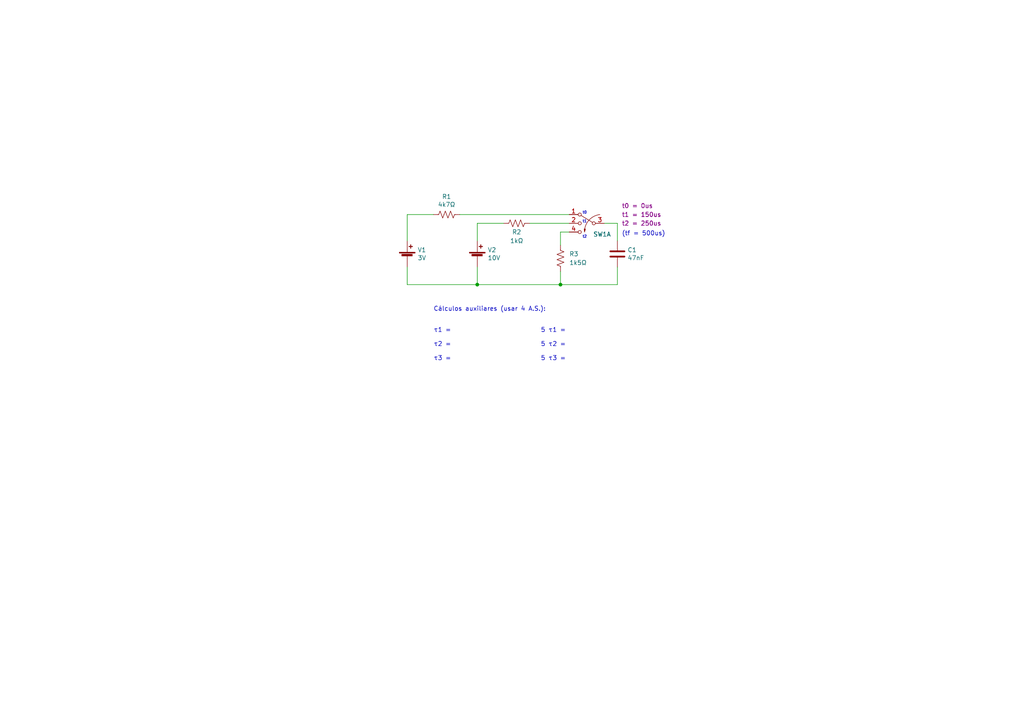
<source format=kicad_sch>
(kicad_sch (version 20211123) (generator eeschema)
  (paper "A4")
  (title_block (title "Questão 10 - P2/2020 - Noturno") (date "2020-11-19") (rev "0") (company "ETE103 - Fundamentos de Circuitos Analógicos"))
  (lib_symbols
    (symbol "Device:Battery_Cell" (pin_numbers hide) (pin_names (offset 0) hide)
      (property "Reference" "BT" (at 2.54 2.54 0))
      (property "Value" "Battery_Cell" (at 2.54 0 0))
      (symbol "Battery_Cell_0_1"
        (rectangle (start -2.286 1.778) (end 2.286 1.524) (fill (type outline)))
        (rectangle (start -1.5748 1.1938) (end 1.4732 0.6858) (fill (type outline)))
        (polyline (pts (xy 0 0.762) (xy 0 0)))
        (polyline (pts (xy 0 1.778) (xy 0 2.54)))
        (polyline (pts (xy 0.508 3.429) (xy 1.524 3.429)) (stroke (width 0.254)))
        (polyline (pts (xy 1.016 3.937) (xy 1.016 2.921)) (stroke (width 0.254)))
      )
      (symbol "Battery_Cell_1_1"
        (pin passive line (at 0 5.08 270) (length 2.54) (name "+") (number "1"))
        (pin passive line (at 0 -2.54 90) (length 2.54) (name "-") (number "2"))
      )
    )
    (symbol "Device:C" (pin_numbers hide) (pin_names (offset 0.254))
      (property "Reference" "C" (at 0.635 2.54 0))
      (property "Value" "C" (at 0.635 -2.54 0))
      (symbol "C_0_1"
        (polyline (pts (xy -2.032 -0.762) (xy 2.032 -0.762)) (stroke (width 0.508)))
        (polyline (pts (xy -2.032 0.762) (xy 2.032 0.762)) (stroke (width 0.508)))
      )
      (symbol "C_1_1"
        (pin passive line (at 0 3.81 270) (length 2.794) (name "~") (number "1"))
        (pin passive line (at 0 -3.81 90) (length 2.794) (name "~") (number "2"))
      )
    )
    (symbol "Device:R_US" (pin_numbers hide) (pin_names (offset 0))
      (property "Reference" "R" (at 2.54 0 90))
      (property "Value" "R_US" (at -2.54 0 90))
      (symbol "R_US_0_1"
        (polyline (pts (xy 0 -2.286) (xy 0 -2.54)))
        (polyline (pts (xy 0 2.286) (xy 0 2.54)))
        (polyline (pts (xy 0 -0.762) (xy 1.016 -1.143) (xy 0 -1.524) (xy -1.016 -1.905) (xy 0 -2.286)))
        (polyline (pts (xy 0 0.762) (xy 1.016 0.381) (xy 0 0) (xy -1.016 -0.381) (xy 0 -0.762)))
        (polyline (pts (xy 0 2.286) (xy 1.016 1.905) (xy 0 1.524) (xy -1.016 1.143) (xy 0 0.762)))
      )
      (symbol "R_US_1_1"
        (pin passive line (at 0 3.81 270) (length 1.27) (name "~") (number "1"))
        (pin passive line (at 0 -3.81 90) (length 1.27) (name "~") (number "2"))
      )
    )
    (symbol "Switch:SW_DP3T" (pin_names (offset 0) hide)
      (property "Reference" "SW" (at 0 5.08 0))
      (property "Value" "SW_DP3T" (at 0 -5.08 0))
      (symbol "SW_DP3T_0_1"
        (circle (center -2.032 0) (radius 0.4572))
        (polyline (pts (xy -1.651 0.254) (xy 1.651 2.286)))
        (circle (center 2.032 -2.54) (radius 0.4572))
        (circle (center 2.032 0) (radius 0.4572))
        (circle (center 2.032 2.54) (radius 0.4572))
      )
      (symbol "SW_DP3T_1_1"
        (pin passive line (at 5.08 2.54 180) (length 2.54) (name "1") (number "1"))
        (pin passive line (at 5.08 0 180) (length 2.54) (name "2") (number "2"))
        (pin passive line (at -5.08 0 0) (length 2.54) (name "3") (number "3"))
        (pin passive line (at 5.08 -2.54 180) (length 2.54) (name "4") (number "4"))
      )
      (symbol "SW_DP3T_2_1"
        (pin passive line (at 5.08 2.54 180) (length 2.54) (name "5") (number "5"))
        (pin passive line (at 5.08 0 180) (length 2.54) (name "6") (number "6"))
        (pin passive line (at -5.08 0 0) (length 2.54) (name "7") (number "7"))
        (pin passive line (at 5.08 -2.54 180) (length 2.54) (name "8") (number "8"))
      )
    )
    (symbol "carga-e-descarga-de-capacitor-rescue:seta_tempo-Pessoal" (pin_names (offset 1.016))
      (property "Reference" "t" (at 0.762 3.937 0))
      (property "Instante" "t0 = 0s" (at 2.286 5.207 0))
      (symbol "seta_tempo-Pessoal_0_1"
        (polyline (pts (xy 5.08 4.445) (xy 4.191 4.572) (xy 4.191 4.191) (xy 5.08 4.445)) (fill (type outline)))
        (arc (start 4.445 4.445) (mid 1.4468 2.9929) (end 0 0))
      )
    )
  )
  (junction (at 138.43 82.55))
  (junction (at 162.56 82.55))
  (wire (pts (xy 162.56 82.55) (xy 179.07 82.55)))
  (wire (pts (xy 138.43 77.47) (xy 138.43 82.55)))
  (wire (pts (xy 179.07 64.77) (xy 179.07 69.85)))
  (wire (pts (xy 179.07 77.47) (xy 179.07 82.55)))
  (wire (pts (xy 138.43 82.55) (xy 162.56 82.55)))
  (wire (pts (xy 146.05 64.77) (xy 138.43 64.77)))
  (wire (pts (xy 162.56 67.31) (xy 162.56 71.12)))
  (wire (pts (xy 175.26 64.77) (xy 179.07 64.77)))
  (wire (pts (xy 165.1 67.31) (xy 162.56 67.31)))
  (wire (pts (xy 162.56 78.74) (xy 162.56 82.55)))
  (wire (pts (xy 165.1 62.23) (xy 133.35 62.23)))
  (wire (pts (xy 118.11 77.47) (xy 118.11 82.55)))
  (wire (pts (xy 118.11 62.23) (xy 125.73 62.23)))
  (wire (pts (xy 118.11 82.55) (xy 138.43 82.55)))
  (wire (pts (xy 118.11 69.85) (xy 118.11 62.23)))
  (wire (pts (xy 153.67 64.77) (xy 165.1 64.77)))
  (wire (pts (xy 138.43 64.77) (xy 138.43 69.85)))
  (text "Cálculos auxiliares (usar 4 A.S.):\n\n\nτ1 =                           5 τ1 = \n\nτ2 =                           5 τ2 = \n\nτ3 =                           5 τ3 = " (at 125.73 104.775 0) (effects (font (size 1.27 1.27)) (justify left bottom)))
  (text "t1" (at 168.91 64.77 0) (effects (font (size 0.762 0.762)) (justify left bottom)))
  (text "t0" (at 168.91 62.23 0) (effects (font (size 0.762 0.762)) (justify left bottom)))
  (text "(tf = 500us)" (at 180.34 68.58 0) (effects (font (size 1.27 1.27)) (justify left bottom)))
  (text "t2" (at 168.91 69.215 0) (effects (font (size 0.762 0.762)) (justify left bottom)))
  (symbol (lib_id "Device:Battery_Cell") (at 118.11 74.93 0) (unit 1)
    (property "Reference" "V1" (at 121.1072 72.4916 0) (effects (justify left)))
    (property "Value" "3V" (at 121.1072 74.803 0) (effects (justify left)))
  )
  (symbol (lib_id "Device:Battery_Cell") (at 138.43 74.93 0) (unit 1)
    (property "Reference" "V2" (at 141.4272 72.4916 0) (effects (justify left)))
    (property "Value" "10V" (at 141.4272 74.803 0) (effects (justify left)))
  )
  (symbol (lib_id "Device:R_US") (at 129.54 62.23 270) (unit 1)
    (property "Reference" "R1" (at 129.54 57.023 90))
    (property "Value" "4k7Ω" (at 129.54 59.3344 90))
  )
  (symbol (lib_id "Device:R_US") (at 149.86 64.77 270) (unit 1)
    (property "Reference" "R2" (at 149.86 67.31 90))
    (property "Value" "1kΩ" (at 149.86 69.85 90))
  )
  (symbol (lib_id "Device:C") (at 179.07 73.66 0) (unit 1)
    (property "Reference" "C1" (at 181.991 72.4916 0) (effects (justify left)))
    (property "Value" "47nF" (at 181.991 74.803 0) (effects (justify left)))
  )
  (symbol (lib_id "Switch:SW_DP3T") (at 170.18 64.77 0) (mirror y) (unit 1)
    (property "Reference" "SW1" (at 174.625 67.945 0))
    (property "Value" "SW_DP3T" (effects hide))
  )
  (symbol (lib_id "carga-e-descarga-de-capacitor-rescue:seta_tempo-Pessoal") (at 173.99 62.23 90) (mirror x) (unit 1)
    (property "Reference" "t1" (effects hide))
    (property "Value" "seta_tempo" (effects hide))
    (property "Instante" "t0 = 0us" (at 180.34 59.69 90) (effects (justify right)))
    (property "Instante2" "t1 = 150us" (at 180.34 62.23 90) (effects (justify right)))
    (property "Instante3" "t2 = 250us" (at 180.34 64.77 90) (effects (justify right)))
  )
  (symbol (lib_id "Device:R_US") (at 162.56 74.93 0) (unit 1)
    (property "Reference" "R3" (at 165.1 73.6599 0) (effects (justify left)))
    (property "Value" "1k5Ω" (at 165.1 76.1999 0) (effects (justify left)))
  )
)
</source>
